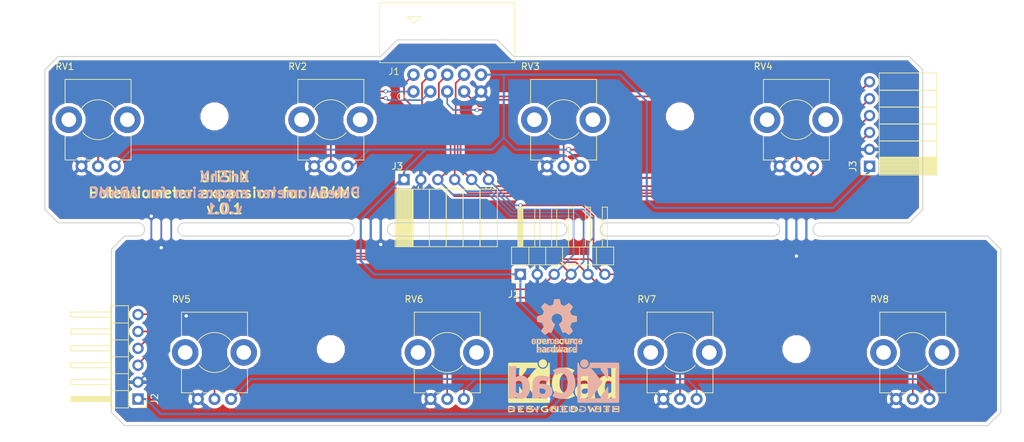
<source format=kicad_pcb>
(kicad_pcb (version 4) (host pcbnew 4.0.7-e2-6376~58~ubuntu16.04.1)
  (title_block (title "Potentiometer sub-board for AB4MC") (date 2018-08-08) (rev 0.1) (company URiShX))
  (layers (0 F.Cu signal) (31 B.Cu signal) (34 B.Paste user) (35 F.Paste user) (36 B.SilkS user) (37 F.SilkS user) (38 B.Mask user) (39 F.Mask user) (44 Edge.Cuts user))
  (net 0 "")
  (net 1 "Net-(J1-Pad1)")
  (net 2 "Net-(J1-Pad2)")
  (net 3 "Net-(J1-Pad3)")
  (net 4 "Net-(J1-Pad4)")
  (net 5 "Net-(J1-Pad5)")
  (net 6 "Net-(J1-Pad6)")
  (net 7 "Net-(J1-Pad7)")
  (net 8 "Net-(J1-Pad8)")
  (net 9 GND)
  (net 10 VCC)
  (module Mounting_Holes:MountingHole_3.2mm_M3 (layer F.Cu) (at 205 117.5)
    (fp_text reference REF** hide)
    (fp_text value MountingHole_3.2mm_M3 hide)
    (pad 1 np_thru_hole circle (at 0 0) (size 3.2 3.2) (drill 3.2) (layers *.Cu *.Mask))
  )
  (module Mounting_Holes:MountingHole_3.2mm_M3 (layer F.Cu) (at 187.5 82.5)
    (fp_text reference REF** hide)
    (fp_text value MountingHole_3.2mm_M3 hide)
    (pad 1 np_thru_hole circle (at 0 0) (size 3.2 3.2) (drill 3.2) (layers *.Cu *.Mask))
  )
  (module Mounting_Holes:MountingHole_3.2mm_M3 (layer F.Cu) (at 135 117.5)
    (fp_text reference REF** hide)
    (fp_text value MountingHole_3.2mm_M3 hide)
    (pad 1 np_thru_hole circle (at 0 0) (size 3.2 3.2) (drill 3.2) (layers *.Cu *.Mask))
  )
  (module Symbols:OSHW-Logo_7.5x8mm_SilkScreen (layer F.Cu) (at 169 114)
    (fp_text reference REF*** hide)
    (fp_text value OSHW-Logo_7.5x8mm_SilkScreen hide)
  )
  (module Symbols:KiCad-Logo2_8mm_SilkScreen (layer B.Cu) (at 170 123 180)
    (fp_text reference REF*** hide)
    (fp_text value KiCad-Logo2_8mm_SilkScreen hide)
  )
  (module MyFootprintLib:Mouse_bites (layer F.Cu) (at 109.5 99.5)
    (fp_text reference REF** hide)
    (fp_text value "Mouse bites" hide)
    (pad "" np_thru_hole circle (at -2.25 -1) (size 0.35 0.35) (drill 0.35) (layers *.Cu *.Mask))
    (pad "" np_thru_hole circle (at -0.75 -1) (size 0.35 0.35) (drill 0.35) (layers *.Cu *.Mask))
    (pad "" np_thru_hole circle (at 0.75 -1) (size 0.35 0.35) (drill 0.35) (layers *.Cu *.Mask))
    (pad "" np_thru_hole circle (at 2.25 -1) (size 0.35 0.35) (drill 0.35) (layers *.Cu *.Mask))
    (pad "" np_thru_hole circle (at -2.25 1) (size 0.35 0.35) (drill 0.35) (layers *.Cu *.Mask))
    (pad "" np_thru_hole circle (at -0.75 1) (size 0.35 0.35) (drill 0.35) (layers *.Cu *.Mask))
    (pad "" np_thru_hole circle (at 0.75 1) (size 0.35 0.35) (drill 0.35) (layers *.Cu *.Mask))
    (pad "" np_thru_hole circle (at 2.25 1) (size 0.35 0.35) (drill 0.35) (layers *.Cu *.Mask))
  )
  (module MyFootprintLib:Mouse_bites (layer F.Cu) (at 205 99.5)
    (fp_text reference REF** hide)
    (fp_text value "Mouse bites" hide)
    (pad "" np_thru_hole circle (at -2.25 -1) (size 0.35 0.35) (drill 0.35) (layers *.Cu *.Mask))
    (pad "" np_thru_hole circle (at -0.75 -1) (size 0.35 0.35) (drill 0.35) (layers *.Cu *.Mask))
    (pad "" np_thru_hole circle (at 0.75 -1) (size 0.35 0.35) (drill 0.35) (layers *.Cu *.Mask))
    (pad "" np_thru_hole circle (at 2.25 -1) (size 0.35 0.35) (drill 0.35) (layers *.Cu *.Mask))
    (pad "" np_thru_hole circle (at -2.25 1) (size 0.35 0.35) (drill 0.35) (layers *.Cu *.Mask))
    (pad "" np_thru_hole circle (at -0.75 1) (size 0.35 0.35) (drill 0.35) (layers *.Cu *.Mask))
    (pad "" np_thru_hole circle (at 0.75 1) (size 0.35 0.35) (drill 0.35) (layers *.Cu *.Mask))
    (pad "" np_thru_hole circle (at 2.25 1) (size 0.35 0.35) (drill 0.35) (layers *.Cu *.Mask))
  )
  (module MyFootprintLib:Mouse_bites (layer F.Cu) (at 173 99.5)
    (fp_text reference REF** hide)
    (fp_text value "Mouse bites" hide)
    (pad "" np_thru_hole circle (at -2.25 -1) (size 0.35 0.35) (drill 0.35) (layers *.Cu *.Mask))
    (pad "" np_thru_hole circle (at -0.75 -1) (size 0.35 0.35) (drill 0.35) (layers *.Cu *.Mask))
    (pad "" np_thru_hole circle (at 0.75 -1) (size 0.35 0.35) (drill 0.35) (layers *.Cu *.Mask))
    (pad "" np_thru_hole circle (at 2.25 -1) (size 0.35 0.35) (drill 0.35) (layers *.Cu *.Mask))
    (pad "" np_thru_hole circle (at -2.25 1) (size 0.35 0.35) (drill 0.35) (layers *.Cu *.Mask))
    (pad "" np_thru_hole circle (at -0.75 1) (size 0.35 0.35) (drill 0.35) (layers *.Cu *.Mask))
    (pad "" np_thru_hole circle (at 0.75 1) (size 0.35 0.35) (drill 0.35) (layers *.Cu *.Mask))
    (pad "" np_thru_hole circle (at 2.25 1) (size 0.35 0.35) (drill 0.35) (layers *.Cu *.Mask))
  )
  (module Socket_Strips:Socket_Strip_Angled_1x06_Pitch2.54mm (layer F.Cu) (at 146 92 90)
    (fp_text reference J3 (at 2 -1 180) (layer F.SilkS))
    (fp_text value Conn_01x06_Female)
    (pad 1 thru_hole rect (at 0 0 90) (size 1.7 1.7) (drill 1) (layers *.Cu *.Mask) (net 10 VCC))
    (pad 2 thru_hole oval (at 0 2.54 90) (size 1.7 1.7) (drill 1) (layers *.Cu *.Mask) (net 9 GND))
    (pad 3 thru_hole oval (at 0 5.08 90) (size 1.7 1.7) (drill 1) (layers *.Cu *.Mask) (net 2 "Net-(J1-Pad2)"))
    (pad 4 thru_hole oval (at 0 7.62 90) (size 1.7 1.7) (drill 1) (layers *.Cu *.Mask) (net 4 "Net-(J1-Pad4)"))
    (pad 5 thru_hole oval (at 0 10.16 90) (size 1.7 1.7) (drill 1) (layers *.Cu *.Mask) (net 6 "Net-(J1-Pad6)"))
    (pad 6 thru_hole oval (at 0 12.7 90) (size 1.7 1.7) (drill 1) (layers *.Cu *.Mask) (net 8 "Net-(J1-Pad8)"))
  )
  (module Pin_Headers:Pin_Header_Angled_1x06_Pitch2.54mm (layer F.Cu) (at 163.5 106.25 90)
    (fp_text reference J2 (at -3 -1 180) (layer F.SilkS))
    (fp_text value Conn_01x06_Male)
    (pad 1 thru_hole rect (at 0 0 90) (size 1.7 1.7) (drill 1) (layers *.Cu *.Mask) (net 10 VCC))
    (pad 2 thru_hole oval (at 0 2.54 90) (size 1.7 1.7) (drill 1) (layers *.Cu *.Mask) (net 9 GND))
    (pad 3 thru_hole oval (at 0 5.08 90) (size 1.7 1.7) (drill 1) (layers *.Cu *.Mask) (net 2 "Net-(J1-Pad2)"))
    (pad 4 thru_hole oval (at 0 7.62 90) (size 1.7 1.7) (drill 1) (layers *.Cu *.Mask) (net 4 "Net-(J1-Pad4)"))
    (pad 5 thru_hole oval (at 0 10.16 90) (size 1.7 1.7) (drill 1) (layers *.Cu *.Mask) (net 6 "Net-(J1-Pad6)"))
    (pad 6 thru_hole oval (at 0 12.7 90) (size 1.7 1.7) (drill 1) (layers *.Cu *.Mask) (net 8 "Net-(J1-Pad8)"))
  )
  (module Pin_Headers:Pin_Header_Angled_1x06_Pitch2.54mm (layer F.Cu) (at 106 125 180)
    (fp_text reference J2 (at -2.5 0 270) (layer F.SilkS))
    (fp_text value Conn_01x06_Male)
    (pad 1 thru_hole rect (at 0 0 180) (size 1.7 1.7) (drill 1) (layers *.Cu *.Mask) (net 10 VCC))
    (pad 2 thru_hole oval (at 0 2.54 180) (size 1.7 1.7) (drill 1) (layers *.Cu *.Mask) (net 9 GND))
    (pad 3 thru_hole oval (at 0 5.08 180) (size 1.7 1.7) (drill 1) (layers *.Cu *.Mask) (net 2 "Net-(J1-Pad2)"))
    (pad 4 thru_hole oval (at 0 7.62 180) (size 1.7 1.7) (drill 1) (layers *.Cu *.Mask) (net 4 "Net-(J1-Pad4)"))
    (pad 5 thru_hole oval (at 0 10.16 180) (size 1.7 1.7) (drill 1) (layers *.Cu *.Mask) (net 6 "Net-(J1-Pad6)"))
    (pad 6 thru_hole oval (at 0 12.7 180) (size 1.7 1.7) (drill 1) (layers *.Cu *.Mask) (net 8 "Net-(J1-Pad8)"))
  )
  (module Socket_Strips:Socket_Strip_Angled_1x06_Pitch2.54mm (layer F.Cu) (at 216 90 180)
    (fp_text reference J3 (at 2.5 0 270) (layer F.SilkS))
    (fp_text value Conn_01x06_Female)
    (pad 1 thru_hole rect (at 0 0 180) (size 1.7 1.7) (drill 1) (layers *.Cu *.Mask) (net 10 VCC))
    (pad 2 thru_hole oval (at 0 2.54 180) (size 1.7 1.7) (drill 1) (layers *.Cu *.Mask) (net 9 GND))
    (pad 3 thru_hole oval (at 0 5.08 180) (size 1.7 1.7) (drill 1) (layers *.Cu *.Mask) (net 2 "Net-(J1-Pad2)"))
    (pad 4 thru_hole oval (at 0 7.62 180) (size 1.7 1.7) (drill 1) (layers *.Cu *.Mask) (net 4 "Net-(J1-Pad4)"))
    (pad 5 thru_hole oval (at 0 10.16 180) (size 1.7 1.7) (drill 1) (layers *.Cu *.Mask) (net 6 "Net-(J1-Pad6)"))
    (pad 6 thru_hole oval (at 0 12.7 180) (size 1.7 1.7) (drill 1) (layers *.Cu *.Mask) (net 8 "Net-(J1-Pad8)"))
  )
  (module MyFootprintLib:2X5-SHROUDED_rightAngle (layer F.Cu) (at 152.5 77.5 90)
    (fp_text reference J1 (at 1.75 -8 180) (layer F.SilkS) (effects (font (thickness 0.127))))
    (fp_text value Conn_02x05_Odd_Even hide)
    (pad 1 thru_hole circle (at -1.27 -5.08 90) (size 1.8796 1.8796) (drill 1.016) (layers *.Cu *.Mask) (net 1 "Net-(J1-Pad1)"))
    (pad 2 thru_hole circle (at 1.27 -5.08 90) (size 1.8796 1.8796) (drill 1.016) (layers *.Cu *.Mask) (net 2 "Net-(J1-Pad2)"))
    (pad 3 thru_hole circle (at -1.27 -2.54 90) (size 1.8796 1.8796) (drill 1.016) (layers *.Cu *.Mask) (net 3 "Net-(J1-Pad3)"))
    (pad 4 thru_hole circle (at 1.27 -2.54 90) (size 1.8796 1.8796) (drill 1.016) (layers *.Cu *.Mask) (net 4 "Net-(J1-Pad4)"))
    (pad 5 thru_hole circle (at -1.27 0 90) (size 1.8796 1.8796) (drill 1.016) (layers *.Cu *.Mask) (net 5 "Net-(J1-Pad5)"))
    (pad 6 thru_hole circle (at 1.27 0 90) (size 1.8796 1.8796) (drill 1.016) (layers *.Cu *.Mask) (net 6 "Net-(J1-Pad6)"))
    (pad 7 thru_hole circle (at -1.27 2.54 90) (size 1.8796 1.8796) (drill 1.016) (layers *.Cu *.Mask) (net 7 "Net-(J1-Pad7)"))
    (pad 8 thru_hole circle (at 1.27 2.54 90) (size 1.8796 1.8796) (drill 1.016) (layers *.Cu *.Mask) (net 8 "Net-(J1-Pad8)"))
    (pad 9 thru_hole circle (at -1.27 5.08 90) (size 1.8796 1.8796) (drill 1.016) (layers *.Cu *.Mask) (net 9 GND))
    (pad 10 thru_hole circle (at 1.27 5.08 90) (size 1.8796 1.8796) (drill 1.016) (layers *.Cu *.Mask) (net 10 VCC))
  )
  (module MyFootprintLib:Mouse_bite_single_hole (layer F.Cu) (at 171.5 98)
    (fp_text reference REF** hide)
    (fp_text value "Mouse bite single hole" hide)
  )
  (module MyFootprintLib:Mouse_bite_single_hole (layer F.Cu) (at 172.5 98)
    (fp_text reference REF** hide)
    (fp_text value "Mouse bite single hole" hide)
  )
  (module MyFootprintLib:Mouse_bite_single_hole (layer F.Cu) (at 173.5 98)
    (fp_text reference REF** hide)
    (fp_text value "Mouse bite single hole" hide)
  )
  (module MyFootprintLib:Mouse_bite_single_hole (layer F.Cu) (at 174.5 98)
    (fp_text reference REF** hide)
    (fp_text value "Mouse bite single hole" hide)
  )
  (module MyFootprintLib:Mouse_bite_single_hole (layer F.Cu) (at 171.5 101)
    (fp_text reference REF** hide)
    (fp_text value "Mouse bite single hole" hide)
  )
  (module MyFootprintLib:Mouse_bite_single_hole (layer F.Cu) (at 172.5 101)
    (fp_text reference REF** hide)
    (fp_text value "Mouse bite single hole" hide)
  )
  (module MyFootprintLib:Mouse_bite_single_hole (layer F.Cu) (at 173.5 101)
    (fp_text reference REF** hide)
    (fp_text value "Mouse bite single hole" hide)
  )
  (module MyFootprintLib:Mouse_bite_single_hole (layer F.Cu) (at 174.5 101)
    (fp_text reference REF** hide)
    (fp_text value "Mouse bite single hole" hide)
  )
  (module MyFootprintLib:Potentiometer_Bourns_PTV09A_Horizontal (layer F.Cu) (at 100 90 90)
    (fp_text reference RV1 (at 15 -5 180) (layer F.SilkS))
    (fp_text value 10k_B hide)
    (pad 1 thru_hole circle (at 0 -2.5 90) (size 1.8 1.8) (drill 1) (layers *.Cu *.Mask) (net 9 GND))
    (pad 2 thru_hole circle (at 0 0 90) (size 1.8 1.8) (drill 1) (layers *.Cu *.Mask) (net 1 "Net-(J1-Pad1)"))
    (pad 3 thru_hole circle (at 0 2.5 90) (size 1.8 1.8) (drill 1) (layers *.Cu *.Mask) (net 10 VCC))
    (pad "" np_thru_hole circle (at 7 -4.4 90) (size 4 4) (drill 2.2) (layers *.Cu *.Mask))
    (pad "" np_thru_hole circle (at 7 4.4 90) (size 4 4) (drill 2.2) (layers *.Cu *.Mask))
  )
  (module MyFootprintLib:Potentiometer_Bourns_PTV09A_Horizontal (layer F.Cu) (at 135 90 90)
    (fp_text reference RV2 (at 15 -5 180) (layer F.SilkS))
    (fp_text value 10k_B hide)
    (pad 1 thru_hole circle (at 0 -2.5 90) (size 1.8 1.8) (drill 1) (layers *.Cu *.Mask) (net 9 GND))
    (pad 2 thru_hole circle (at 0 0 90) (size 1.8 1.8) (drill 1) (layers *.Cu *.Mask) (net 3 "Net-(J1-Pad3)"))
    (pad 3 thru_hole circle (at 0 2.5 90) (size 1.8 1.8) (drill 1) (layers *.Cu *.Mask) (net 10 VCC))
    (pad "" np_thru_hole circle (at 7 -4.4 90) (size 4 4) (drill 2.2) (layers *.Cu *.Mask))
    (pad "" np_thru_hole circle (at 7 4.4 90) (size 4 4) (drill 2.2) (layers *.Cu *.Mask))
  )
  (module MyFootprintLib:Potentiometer_Bourns_PTV09A_Horizontal (layer F.Cu) (at 170 90 90)
    (fp_text reference RV3 (at 15 -5 180) (layer F.SilkS))
    (fp_text value 10k_B hide)
    (pad 1 thru_hole circle (at 0 -2.5 90) (size 1.8 1.8) (drill 1) (layers *.Cu *.Mask) (net 9 GND))
    (pad 2 thru_hole circle (at 0 0 90) (size 1.8 1.8) (drill 1) (layers *.Cu *.Mask) (net 5 "Net-(J1-Pad5)"))
    (pad 3 thru_hole circle (at 0 2.5 90) (size 1.8 1.8) (drill 1) (layers *.Cu *.Mask) (net 10 VCC))
    (pad "" np_thru_hole circle (at 7 -4.4 90) (size 4 4) (drill 2.2) (layers *.Cu *.Mask))
    (pad "" np_thru_hole circle (at 7 4.4 90) (size 4 4) (drill 2.2) (layers *.Cu *.Mask))
  )
  (module MyFootprintLib:Potentiometer_Bourns_PTV09A_Horizontal (layer F.Cu) (at 205 90 90)
    (fp_text reference RV4 (at 15 -5 180) (layer F.SilkS))
    (fp_text value 10k_B hide)
    (pad 1 thru_hole circle (at 0 -2.5 90) (size 1.8 1.8) (drill 1) (layers *.Cu *.Mask) (net 9 GND))
    (pad 2 thru_hole circle (at 0 0 90) (size 1.8 1.8) (drill 1) (layers *.Cu *.Mask) (net 7 "Net-(J1-Pad7)"))
    (pad 3 thru_hole circle (at 0 2.5 90) (size 1.8 1.8) (drill 1) (layers *.Cu *.Mask) (net 10 VCC))
    (pad "" np_thru_hole circle (at 7 -4.4 90) (size 4 4) (drill 2.2) (layers *.Cu *.Mask))
    (pad "" np_thru_hole circle (at 7 4.4 90) (size 4 4) (drill 2.2) (layers *.Cu *.Mask))
  )
  (module MyFootprintLib:Potentiometer_Bourns_PTV09A_Horizontal (layer F.Cu) (at 117.5 125 90)
    (fp_text reference RV5 (at 15 -5 180) (layer F.SilkS))
    (fp_text value 10k_B hide)
    (pad 1 thru_hole circle (at 0 -2.5 90) (size 1.8 1.8) (drill 1) (layers *.Cu *.Mask) (net 9 GND))
    (pad 2 thru_hole circle (at 0 0 90) (size 1.8 1.8) (drill 1) (layers *.Cu *.Mask) (net 2 "Net-(J1-Pad2)"))
    (pad 3 thru_hole circle (at 0 2.5 90) (size 1.8 1.8) (drill 1) (layers *.Cu *.Mask) (net 10 VCC))
    (pad "" np_thru_hole circle (at 7 -4.4 90) (size 4 4) (drill 2.2) (layers *.Cu *.Mask))
    (pad "" np_thru_hole circle (at 7 4.4 90) (size 4 4) (drill 2.2) (layers *.Cu *.Mask))
  )
  (module MyFootprintLib:Potentiometer_Bourns_PTV09A_Horizontal (layer F.Cu) (at 152.5 125 90)
    (fp_text reference RV6 (at 15 -5 180) (layer F.SilkS))
    (fp_text value 10k_B hide)
    (pad 1 thru_hole circle (at 0 -2.5 90) (size 1.8 1.8) (drill 1) (layers *.Cu *.Mask) (net 9 GND))
    (pad 2 thru_hole circle (at 0 0 90) (size 1.8 1.8) (drill 1) (layers *.Cu *.Mask) (net 4 "Net-(J1-Pad4)"))
    (pad 3 thru_hole circle (at 0 2.5 90) (size 1.8 1.8) (drill 1) (layers *.Cu *.Mask) (net 10 VCC))
    (pad "" np_thru_hole circle (at 7 -4.4 90) (size 4 4) (drill 2.2) (layers *.Cu *.Mask))
    (pad "" np_thru_hole circle (at 7 4.4 90) (size 4 4) (drill 2.2) (layers *.Cu *.Mask))
  )
  (module MyFootprintLib:Potentiometer_Bourns_PTV09A_Horizontal (layer F.Cu) (at 187.5 125 90)
    (fp_text reference RV7 (at 15 -5 180) (layer F.SilkS))
    (fp_text value 10k_B hide)
    (pad 1 thru_hole circle (at 0 -2.5 90) (size 1.8 1.8) (drill 1) (layers *.Cu *.Mask) (net 9 GND))
    (pad 2 thru_hole circle (at 0 0 90) (size 1.8 1.8) (drill 1) (layers *.Cu *.Mask) (net 6 "Net-(J1-Pad6)"))
    (pad 3 thru_hole circle (at 0 2.5 90) (size 1.8 1.8) (drill 1) (layers *.Cu *.Mask) (net 10 VCC))
    (pad "" np_thru_hole circle (at 7 -4.4 90) (size 4 4) (drill 2.2) (layers *.Cu *.Mask))
    (pad "" np_thru_hole circle (at 7 4.4 90) (size 4 4) (drill 2.2) (layers *.Cu *.Mask))
  )
  (module MyFootprintLib:Potentiometer_Bourns_PTV09A_Horizontal (layer F.Cu) (at 222.5 125 90)
    (fp_text reference RV8 (at 15 -5 180) (layer F.SilkS))
    (fp_text value 10k_B hide)
    (pad 1 thru_hole circle (at 0 -2.5 90) (size 1.8 1.8) (drill 1) (layers *.Cu *.Mask) (net 9 GND))
    (pad 2 thru_hole circle (at 0 0 90) (size 1.8 1.8) (drill 1) (layers *.Cu *.Mask) (net 8 "Net-(J1-Pad8)"))
    (pad 3 thru_hole circle (at 0 2.5 90) (size 1.8 1.8) (drill 1) (layers *.Cu *.Mask) (net 10 VCC))
    (pad "" np_thru_hole circle (at 7 -4.4 90) (size 4 4) (drill 2.2) (layers *.Cu *.Mask))
    (pad "" np_thru_hole circle (at 7 4.4 90) (size 4 4) (drill 2.2) (layers *.Cu *.Mask))
  )
  (module MyFootprintLib:Mouse_bites (layer F.Cu) (at 141 99.5)
    (fp_text reference REF** hide)
    (fp_text value "Mouse bites" hide)
    (pad "" np_thru_hole circle (at -2.25 -1) (size 0.35 0.35) (drill 0.35) (layers *.Cu *.Mask))
    (pad "" np_thru_hole circle (at -0.75 -1) (size 0.35 0.35) (drill 0.35) (layers *.Cu *.Mask))
    (pad "" np_thru_hole circle (at 0.75 -1) (size 0.35 0.35) (drill 0.35) (layers *.Cu *.Mask))
    (pad "" np_thru_hole circle (at 2.25 -1) (size 0.35 0.35) (drill 0.35) (layers *.Cu *.Mask))
    (pad "" np_thru_hole circle (at -2.25 1) (size 0.35 0.35) (drill 0.35) (layers *.Cu *.Mask))
    (pad "" np_thru_hole circle (at -0.75 1) (size 0.35 0.35) (drill 0.35) (layers *.Cu *.Mask))
    (pad "" np_thru_hole circle (at 0.75 1) (size 0.35 0.35) (drill 0.35) (layers *.Cu *.Mask))
    (pad "" np_thru_hole circle (at 2.25 1) (size 0.35 0.35) (drill 0.35) (layers *.Cu *.Mask))
  )
  (module Symbols:OSHW-Logo_7.5x8mm_SilkScreen (layer B.Cu) (at 169 114 180)
    (fp_text reference REF*** hide)
    (fp_text value OSHW-Logo_7.5x8mm_SilkScreen hide)
  )
  (module Symbols:KiCad-Logo2_8mm_SilkScreen (layer F.Cu) (at 170 123)
    (fp_text reference REF*** hide)
    (fp_text value KiCad-Logo2_8mm_SilkScreen hide)
  )
  (module Mounting_Holes:MountingHole_3.2mm_M3 (layer F.Cu) (at 117.5 82.5)
    (fp_text reference REF** hide)
    (fp_text value MountingHole_3.2mm_M3 hide)
    (pad 1 np_thru_hole circle (at 0 0) (size 3.2 3.2) (drill 3.2) (layers *.Cu *.Mask))
  )
  (gr_text "UriShX\nPotentiometer expansion for AB4MC\nv.0.1" (at 119 94) (layer F.SilkS) (effects (font (size 1.5 1.5) (thickness 0.3))))
  (gr_text "UriShX\nPotentiometer expansion for AB4MC\nv.0.1" (at 119 94) (layer B.SilkS) (effects (font (size 1.5 1.5) (thickness 0.3)) (justify mirror)))
  (gr_line (start 233.75 100.5) (end 208.5 100.5) (angle 90) (layer Edge.Cuts) (width 0.15))
  (gr_line (start 235.75 102.5) (end 233.75 100.5) (angle 90) (layer Edge.Cuts) (width 0.15))
  (gr_line (start 235.75 127) (end 235.75 102.5) (angle 90) (layer Edge.Cuts) (width 0.15))
  (gr_line (start 233.75 129) (end 235.75 127) (angle 90) (layer Edge.Cuts) (width 0.15))
  (gr_line (start 104 129) (end 233.75 129) (angle 90) (layer Edge.Cuts) (width 0.15))
  (gr_line (start 102 127) (end 104 129) (angle 90) (layer Edge.Cuts) (width 0.15))
  (gr_line (start 102 126.75) (end 102 127) (angle 90) (layer Edge.Cuts) (width 0.15))
  (gr_line (start 102 102.5) (end 102 126.75) (angle 90) (layer Edge.Cuts) (width 0.15))
  (gr_line (start 104 100.5) (end 102 102.5) (angle 90) (layer Edge.Cuts) (width 0.15))
  (gr_line (start 106 100.5) (end 104 100.5) (angle 90) (layer Edge.Cuts) (width 0.15))
  (gr_line (start 169.5 100.5) (end 144.5 100.5) (angle 90) (layer Edge.Cuts) (width 0.15))
  (gr_line (start 144.5 98.5) (end 169.5 98.5) (angle 90) (layer Edge.Cuts) (width 0.15))
  (gr_line (start 137.5 100.5) (end 113 100.5) (angle 90) (layer Edge.Cuts) (width 0.15))
  (gr_line (start 113 98.5) (end 137.5 98.5) (angle 90) (layer Edge.Cuts) (width 0.15))
  (gr_line (start 222 98.5) (end 208.5 98.5) (angle 90) (layer Edge.Cuts) (width 0.15))
  (gr_line (start 224 96.5) (end 222 98.5) (angle 90) (layer Edge.Cuts) (width 0.15))
  (gr_line (start 224 75.5) (end 224 96.5) (angle 90) (layer Edge.Cuts) (width 0.15))
  (gr_line (start 222 73.5) (end 224 75.5) (angle 90) (layer Edge.Cuts) (width 0.15))
  (gr_line (start 221.75 73.5) (end 222 73.5) (angle 90) (layer Edge.Cuts) (width 0.15))
  (gr_line (start 216 73.5) (end 221.75 73.5) (angle 90) (layer Edge.Cuts) (width 0.15))
  (gr_line (start 162.5 73.5) (end 216 73.5) (angle 90) (layer Edge.Cuts) (width 0.15))
  (gr_line (start 160 71) (end 162.5 73.5) (angle 90) (layer Edge.Cuts) (width 0.15))
  (gr_line (start 152.5 71) (end 160 71) (angle 90) (layer Edge.Cuts) (width 0.15))
  (gr_arc (start 113 99.5) (end 113 100.5) (angle 90) (layer Edge.Cuts) (width 0.15))
  (gr_arc (start 113 99.5) (end 112 99.5) (angle 90) (layer Edge.Cuts) (width 0.15))
  (gr_arc (start 106 99.5) (end 106 98.5) (angle 90) (layer Edge.Cuts) (width 0.15))
  (gr_arc (start 106 99.5) (end 107 99.5) (angle 90) (layer Edge.Cuts) (width 0.15))
  (gr_arc (start 208.5 99.5) (end 207.5 99.5) (angle 90) (layer Edge.Cuts) (width 0.15))
  (gr_arc (start 208.5 99.5) (end 208.5 100.5) (angle 90) (layer Edge.Cuts) (width 0.15))
  (gr_arc (start 201.5 99.5) (end 202.5 99.5) (angle 90) (layer Edge.Cuts) (width 0.15))
  (gr_arc (start 201.5 99.5) (end 201.5 98.5) (angle 90) (layer Edge.Cuts) (width 0.15))
  (gr_line (start 201.5 100.5) (end 176.5 100.5) (angle 90) (layer Edge.Cuts) (width 0.15))
  (gr_line (start 176.5 98.5) (end 201.5 98.5) (angle 90) (layer Edge.Cuts) (width 0.15))
  (gr_line (start 94 98.5) (end 106 98.5) (angle 90) (layer Edge.Cuts) (width 0.15))
  (gr_line (start 92 96.5) (end 94 98.5) (angle 90) (layer Edge.Cuts) (width 0.15))
  (gr_line (start 92 75.5) (end 92 96.5) (angle 90) (layer Edge.Cuts) (width 0.15))
  (gr_line (start 94 73.5) (end 92 75.5) (angle 90) (layer Edge.Cuts) (width 0.15))
  (gr_line (start 142.5 73.5) (end 94 73.5) (angle 90) (layer Edge.Cuts) (width 0.15))
  (gr_line (start 145 71) (end 142.5 73.5) (angle 90) (layer Edge.Cuts) (width 0.15))
  (gr_line (start 152.5 71) (end 145 71) (angle 90) (layer Edge.Cuts) (width 0.15))
  (gr_arc (start 137.5 99.5) (end 138.5 99.5) (angle 90) (layer Edge.Cuts) (width 0.15))
  (gr_arc (start 169.5 99.5) (end 170.5 99.5) (angle 90) (layer Edge.Cuts) (width 0.15))
  (gr_arc (start 169.5 99.5) (end 169.5 98.5) (angle 90) (layer Edge.Cuts) (width 0.15))
  (gr_arc (start 144.5 99.5) (end 144.5 100.5) (angle 90) (layer Edge.Cuts) (width 0.15))
  (gr_arc (start 144.5 99.5) (end 143.5 99.5) (angle 90) (layer Edge.Cuts) (width 0.15))
  (gr_arc (start 137.5 99.5) (end 137.5 98.5) (angle 90) (layer Edge.Cuts) (width 0.15))
  (gr_arc (start 176.5 99.5) (end 176.5 100.5) (angle 90) (layer Edge.Cuts) (width 0.15))
  (gr_arc (start 176.5 99.5) (end 175.5 99.5) (angle 90) (layer Edge.Cuts) (width 0.15))
  (segment (start 143.27 78.77) (end 143.25 78.75) (width 0.25) (layer B.Cu) (net 1))
  (segment (start 147.42 78.77) (end 143.27 78.77) (width 0.25) (layer B.Cu) (net 1))
  (segment (start 142.825736 78.75) (end 143.25 78.75) (width 0.25) (layer F.Cu) (net 1))
  (segment (start 100 82.5) (end 103.75 78.75) (width 0.25) (layer F.Cu) (net 1))
  (segment (start 100 90) (end 100 82.5) (width 0.25) (layer F.Cu) (net 1))
  (segment (start 103.75 78.75) (end 142.825736 78.75) (width 0.25) (layer F.Cu) (net 1))
  (via (at 143.25 78.75) (size 0.6) (drill 0.4) (layers F.Cu B.Cu) (net 1))
  (segment (start 168.58 106.25) (end 166.33 108.5) (width 0.25) (layer F.Cu) (net 2))
  (segment (start 166.33 108.5) (end 124 108.5) (width 0.25) (layer F.Cu) (net 2))
  (segment (start 124 108.5) (end 117.5 115) (width 0.25) (layer F.Cu) (net 2))
  (segment (start 117.5 115) (end 117.5 125) (width 0.25) (layer F.Cu) (net 2))
  (segment (start 106 119.92) (end 106 119.75) (width 0.25) (layer F.Cu) (net 2))
  (segment (start 106 119.75) (end 110.75 115) (width 0.25) (layer F.Cu) (net 2))
  (segment (start 110.75 115) (end 117.5 115) (width 0.25) (layer F.Cu) (net 2))
  (segment (start 147.42 76.23) (end 146 77.65) (width 0.25) (layer F.Cu) (net 2))
  (segment (start 153 83.5) (end 153 90.25) (width 0.25) (layer F.Cu) (net 2))
  (segment (start 146 77.65) (end 146 79.75) (width 0.25) (layer F.Cu) (net 2))
  (segment (start 146 79.75) (end 148.5 82.25) (width 0.25) (layer F.Cu) (net 2))
  (segment (start 148.5 82.25) (end 151.75 82.25) (width 0.25) (layer F.Cu) (net 2))
  (segment (start 151.75 82.25) (end 153 83.5) (width 0.25) (layer F.Cu) (net 2))
  (segment (start 153 90.25) (end 151.25 92) (width 0.25) (layer F.Cu) (net 2))
  (segment (start 151.25 92) (end 151.08 92) (width 0.25) (layer F.Cu) (net 2))
  (segment (start 213.810011 90.689989) (end 210 94.5) (width 0.25) (layer F.Cu) (net 2))
  (segment (start 216 84.92) (end 213.810011 87.109989) (width 0.25) (layer F.Cu) (net 2))
  (segment (start 213.810011 87.109989) (end 213.810011 90.689989) (width 0.25) (layer F.Cu) (net 2))
  (segment (start 210 94.5) (end 153.58 94.5) (width 0.25) (layer F.Cu) (net 2))
  (segment (start 153.58 94.5) (end 151.929999 92.849999) (width 0.25) (layer F.Cu) (net 2))
  (segment (start 151.929999 92.849999) (end 151.08 92) (width 0.25) (layer F.Cu) (net 2))
  (segment (start 151.08 92) (end 153.33 94.25) (width 0.25) (layer B.Cu) (net 2))
  (segment (start 153.33 94.25) (end 158.75 94.25) (width 0.25) (layer B.Cu) (net 2))
  (segment (start 158.75 94.25) (end 162 97.5) (width 0.25) (layer B.Cu) (net 2))
  (segment (start 171.5 97.75) (end 171.5 103.33) (width 0.25) (layer B.Cu) (net 2))
  (segment (start 171.5 103.33) (end 169.429999 105.400001) (width 0.25) (layer B.Cu) (net 2))
  (segment (start 162 97.5) (end 171.25 97.5) (width 0.25) (layer B.Cu) (net 2))
  (segment (start 171.25 97.5) (end 171.5 97.75) (width 0.25) (layer B.Cu) (net 2))
  (segment (start 169.429999 105.400001) (end 168.58 106.25) (width 0.25) (layer B.Cu) (net 2))
  (segment (start 143.549999 80.049999) (end 143.25 79.75) (width 0.25) (layer B.Cu) (net 3))
  (segment (start 137.5 79.75) (end 142.825736 79.75) (width 0.25) (layer F.Cu) (net 3))
  (segment (start 135 82.25) (end 137.5 79.75) (width 0.25) (layer F.Cu) (net 3))
  (segment (start 148.680001 80.049999) (end 143.549999 80.049999) (width 0.25) (layer B.Cu) (net 3))
  (segment (start 149.96 78.77) (end 148.680001 80.049999) (width 0.25) (layer B.Cu) (net 3))
  (segment (start 135 90) (end 135 82.25) (width 0.25) (layer F.Cu) (net 3))
  (segment (start 142.825736 79.75) (end 143.25 79.75) (width 0.25) (layer F.Cu) (net 3))
  (via (at 143.25 79.75) (size 0.6) (drill 0.4) (layers F.Cu B.Cu) (net 3))
  (segment (start 149.96 78.77) (end 149.86 78.87) (width 0.25) (layer B.Cu) (net 3))
  (segment (start 149.96 76.23) (end 148.710199 77.479801) (width 0.25) (layer F.Cu) (net 4))
  (segment (start 148.710199 80.960199) (end 149.5 81.75) (width 0.25) (layer F.Cu) (net 4))
  (segment (start 152 81.75) (end 153.62 83.37) (width 0.25) (layer F.Cu) (net 4))
  (segment (start 148.710199 77.479801) (end 148.710199 80.960199) (width 0.25) (layer F.Cu) (net 4))
  (segment (start 149.5 81.75) (end 152 81.75) (width 0.25) (layer F.Cu) (net 4))
  (segment (start 153.62 83.37) (end 153.62 90.797919) (width 0.25) (layer F.Cu) (net 4))
  (segment (start 153.62 90.797919) (end 153.62 92) (width 0.25) (layer F.Cu) (net 4))
  (segment (start 215.150001 83.229999) (end 216 82.38) (width 0.25) (layer F.Cu) (net 4))
  (segment (start 213.36 85.02) (end 215.150001 83.229999) (width 0.25) (layer F.Cu) (net 4))
  (segment (start 209.798601 94.064989) (end 213.36 90.50359) (width 0.25) (layer F.Cu) (net 4))
  (segment (start 155.684989 94.064989) (end 209.798601 94.064989) (width 0.25) (layer F.Cu) (net 4))
  (segment (start 153.62 92) (end 155.684989 94.064989) (width 0.25) (layer F.Cu) (net 4))
  (segment (start 213.36 90.50359) (end 213.36 85.02) (width 0.25) (layer F.Cu) (net 4))
  (segment (start 170.270001 105.400001) (end 171.12 106.25) (width 0.25) (layer F.Cu) (net 4))
  (segment (start 119.38 104) (end 168.87 104) (width 0.25) (layer F.Cu) (net 4))
  (segment (start 168.87 104) (end 170.270001 105.400001) (width 0.25) (layer F.Cu) (net 4))
  (segment (start 106 117.38) (end 119.38 104) (width 0.25) (layer F.Cu) (net 4))
  (segment (start 171.12 106.25) (end 173 104.37) (width 0.25) (layer B.Cu) (net 4))
  (segment (start 173 104.37) (end 173 98.25) (width 0.25) (layer B.Cu) (net 4))
  (segment (start 173 98.25) (end 171.70001 96.95001) (width 0.25) (layer B.Cu) (net 4))
  (segment (start 171.70001 96.95001) (end 162.20001 96.95001) (width 0.25) (layer B.Cu) (net 4))
  (segment (start 162.20001 96.95001) (end 159 93.75) (width 0.25) (layer B.Cu) (net 4))
  (segment (start 159 93.75) (end 155.37 93.75) (width 0.25) (layer B.Cu) (net 4))
  (segment (start 155.37 93.75) (end 154.469999 92.849999) (width 0.25) (layer B.Cu) (net 4))
  (segment (start 154.469999 92.849999) (end 153.62 92) (width 0.25) (layer B.Cu) (net 4))
  (segment (start 159.5 109.75) (end 152.5 116.75) (width 0.25) (layer F.Cu) (net 4))
  (segment (start 152.5 116.75) (end 152.5 125) (width 0.25) (layer F.Cu) (net 4))
  (segment (start 167.62 109.75) (end 159.5 109.75) (width 0.25) (layer F.Cu) (net 4))
  (segment (start 171.12 106.25) (end 167.62 109.75) (width 0.25) (layer F.Cu) (net 4))
  (segment (start 170 88.727208) (end 170 90) (width 0.25) (layer F.Cu) (net 5))
  (segment (start 156.972 81.534) (end 158.35241 81.534) (width 0.25) (layer F.Cu) (net 5))
  (segment (start 158.35241 81.534) (end 159.88641 80) (width 0.25) (layer F.Cu) (net 5))
  (segment (start 159.88641 80) (end 167 80) (width 0.25) (layer F.Cu) (net 5))
  (segment (start 167 80) (end 170 83) (width 0.25) (layer F.Cu) (net 5))
  (segment (start 170 83) (end 170 88.727208) (width 0.25) (layer F.Cu) (net 5))
  (via (at 156.972 81.534) (size 0.6) (drill 0.4) (layers F.Cu B.Cu) (net 5))
  (segment (start 153.416 81.534) (end 156.972 81.534) (width 0.25) (layer B.Cu) (net 5))
  (segment (start 152.5 80.618) (end 153.416 81.534) (width 0.25) (layer B.Cu) (net 5))
  (segment (start 152.5 78.77) (end 152.5 80.618) (width 0.25) (layer B.Cu) (net 5))
  (segment (start 107.775198 114.84) (end 107.202081 114.84) (width 0.25) (layer F.Cu) (net 6))
  (segment (start 119.050209 103.564989) (end 107.775198 114.84) (width 0.25) (layer F.Cu) (net 6))
  (segment (start 169.910188 104.42499) (end 169.050187 103.564989) (width 0.25) (layer F.Cu) (net 6))
  (segment (start 169.050187 103.564989) (end 119.050209 103.564989) (width 0.25) (layer F.Cu) (net 6))
  (segment (start 171.83499 104.42499) (end 169.910188 104.42499) (width 0.25) (layer F.Cu) (net 6))
  (segment (start 173.66 106.25) (end 171.83499 104.42499) (width 0.25) (layer F.Cu) (net 6))
  (segment (start 107.202081 114.84) (end 106 114.84) (width 0.25) (layer F.Cu) (net 6))
  (segment (start 154.064989 83.180187) (end 154.064989 89.904989) (width 0.25) (layer F.Cu) (net 6))
  (segment (start 155.310001 91.150001) (end 156.16 92) (width 0.25) (layer F.Cu) (net 6))
  (segment (start 151.235199 80.350397) (end 154.064989 83.180187) (width 0.25) (layer F.Cu) (net 6))
  (segment (start 154.064989 89.904989) (end 155.310001 91.150001) (width 0.25) (layer F.Cu) (net 6))
  (segment (start 151.235199 77.494801) (end 151.235199 80.350397) (width 0.25) (layer F.Cu) (net 6))
  (segment (start 152.5 76.23) (end 151.235199 77.494801) (width 0.25) (layer F.Cu) (net 6))
  (segment (start 212.909989 82.930011) (end 212.909989 90.317191) (width 0.25) (layer F.Cu) (net 6))
  (segment (start 157.009999 92.849999) (end 156.16 92) (width 0.25) (layer F.Cu) (net 6))
  (segment (start 216 79.84) (end 212.909989 82.930011) (width 0.25) (layer F.Cu) (net 6))
  (segment (start 212.909989 90.317191) (end 209.597202 93.629978) (width 0.25) (layer F.Cu) (net 6))
  (segment (start 157.789978 93.629978) (end 157.009999 92.849999) (width 0.25) (layer F.Cu) (net 6))
  (segment (start 209.597202 93.629978) (end 157.789978 93.629978) (width 0.25) (layer F.Cu) (net 6))
  (segment (start 173.66 106.25) (end 173.66 101.59) (width 0.25) (layer B.Cu) (net 6))
  (segment (start 173.66 101.59) (end 174.5 100.75) (width 0.25) (layer B.Cu) (net 6))
  (segment (start 173 96.5) (end 171.88641 96.499999) (width 0.25) (layer B.Cu) (net 6))
  (segment (start 174.5 100.75) (end 174.5 98) (width 0.25) (layer B.Cu) (net 6))
  (segment (start 174.5 98) (end 173 96.5) (width 0.25) (layer B.Cu) (net 6))
  (segment (start 171.88641 96.499999) (end 162.499999 96.499999) (width 0.25) (layer B.Cu) (net 6))
  (segment (start 162.499999 96.499999) (end 159.25 93.25) (width 0.25) (layer B.Cu) (net 6))
  (segment (start 157.009999 92.849999) (end 156.16 92) (width 0.25) (layer B.Cu) (net 6))
  (segment (start 159.25 93.25) (end 157.41 93.25) (width 0.25) (layer B.Cu) (net 6))
  (segment (start 157.41 93.25) (end 157.009999 92.849999) (width 0.25) (layer B.Cu) (net 6))
  (segment (start 183.5 108) (end 187.5 112) (width 0.25) (layer F.Cu) (net 6))
  (segment (start 187.5 112) (end 187.5 125) (width 0.25) (layer F.Cu) (net 6))
  (segment (start 175.41 108) (end 183.5 108) (width 0.25) (layer F.Cu) (net 6))
  (segment (start 173.66 106.25) (end 175.41 108) (width 0.25) (layer F.Cu) (net 6))
  (segment (start 155.04 78.77) (end 157.27 81) (width 0.25) (layer F.Cu) (net 7))
  (segment (start 205 82) (end 205 88.727208) (width 0.25) (layer F.Cu) (net 7))
  (segment (start 157.27 81) (end 158.271212 81) (width 0.25) (layer F.Cu) (net 7))
  (segment (start 158.271212 81) (end 159.771212 79.5) (width 0.25) (layer F.Cu) (net 7))
  (segment (start 159.771212 79.5) (end 202.5 79.5) (width 0.25) (layer F.Cu) (net 7))
  (segment (start 202.5 79.5) (end 205 82) (width 0.25) (layer F.Cu) (net 7))
  (segment (start 205 88.727208) (end 205 90) (width 0.25) (layer F.Cu) (net 7))
  (segment (start 106.05 112.25) (end 109.75 112.25) (width 0.25) (layer F.Cu) (net 8))
  (segment (start 173.92498 103.97498) (end 175.350001 105.400001) (width 0.25) (layer F.Cu) (net 8))
  (segment (start 175.350001 105.400001) (end 176.2 106.25) (width 0.25) (layer F.Cu) (net 8))
  (segment (start 106 112.3) (end 106.05 112.25) (width 0.25) (layer F.Cu) (net 8))
  (segment (start 118.870022 103.129978) (end 169.230374 103.129978) (width 0.25) (layer F.Cu) (net 8))
  (segment (start 109.75 112.25) (end 118.870022 103.129978) (width 0.25) (layer F.Cu) (net 8))
  (segment (start 169.230374 103.129978) (end 170.075376 103.97498) (width 0.25) (layer F.Cu) (net 8))
  (segment (start 170.075376 103.97498) (end 173.92498 103.97498) (width 0.25) (layer F.Cu) (net 8))
  (segment (start 154.5 89.5) (end 155.5 90.5) (width 0.25) (layer F.Cu) (net 8))
  (segment (start 153.764801 77.514801) (end 153.764801 82.264801) (width 0.25) (layer F.Cu) (net 8))
  (segment (start 153.764801 82.264801) (end 154.5 83) (width 0.25) (layer F.Cu) (net 8))
  (segment (start 154.5 83) (end 154.5 89.5) (width 0.25) (layer F.Cu) (net 8))
  (segment (start 155.5 90.5) (end 157.75 90.5) (width 0.25) (layer F.Cu) (net 8))
  (segment (start 157.75 90.5) (end 158.7 91.45) (width 0.25) (layer F.Cu) (net 8))
  (segment (start 158.7 91.45) (end 158.7 92) (width 0.25) (layer F.Cu) (net 8))
  (segment (start 158.7 92) (end 159.7 93) (width 0.25) (layer F.Cu) (net 8))
  (segment (start 209.59077 93) (end 212.344 90.24677) (width 0.25) (layer F.Cu) (net 8))
  (segment (start 212.344 90.24677) (end 212.344 80.956) (width 0.25) (layer F.Cu) (net 8))
  (segment (start 159.7 93) (end 209.59077 93) (width 0.25) (layer F.Cu) (net 8))
  (segment (start 215.150001 78.149999) (end 216 77.3) (width 0.25) (layer F.Cu) (net 8))
  (segment (start 212.344 80.956) (end 215.150001 78.149999) (width 0.25) (layer F.Cu) (net 8))
  (segment (start 176.2 106.25) (end 174.5 104.55) (width 0.25) (layer F.Cu) (net 8))
  (segment (start 174.5 104.55) (end 174.5 97.5) (width 0.25) (layer F.Cu) (net 8))
  (segment (start 174.5 97.5) (end 172.87499 95.87499) (width 0.25) (layer F.Cu) (net 8))
  (segment (start 172.87499 95.87499) (end 163.924264 95.87499) (width 0.25) (layer F.Cu) (net 8))
  (segment (start 163.924264 95.87499) (end 163.5 95.87499) (width 0.25) (layer F.Cu) (net 8))
  (segment (start 163.075736 95.87499) (end 163.5 95.87499) (width 0.25) (layer B.Cu) (net 8))
  (segment (start 158.7 92) (end 162.57499 95.87499) (width 0.25) (layer B.Cu) (net 8))
  (via (at 163.5 95.87499) (size 0.6) (drill 0.4) (layers F.Cu B.Cu) (net 8))
  (segment (start 162.57499 95.87499) (end 163.075736 95.87499) (width 0.25) (layer B.Cu) (net 8))
  (segment (start 176.2 106.25) (end 218.75 106.25) (width 0.25) (layer F.Cu) (net 8))
  (segment (start 218.75 106.25) (end 222.5 110) (width 0.25) (layer F.Cu) (net 8))
  (segment (start 222.5 110) (end 222.5 125) (width 0.25) (layer F.Cu) (net 8))
  (segment (start 155.04 76.23) (end 153.77 77.5) (width 0.25) (layer F.Cu) (net 8))
  (segment (start 205 103.5) (end 205.25 103.5) (width 0.305) (layer B.Cu) (net 9))
  (segment (start 206.5 102.25) (end 206.5 98) (width 0.305) (layer B.Cu) (net 9))
  (segment (start 205.25 103.5) (end 206.5 102.25) (width 0.305) (layer B.Cu) (net 9))
  (segment (start 205 103.5) (end 204.5 103.5) (width 0.305) (layer B.Cu) (net 9))
  (segment (start 203.5 102.5) (end 203.5 97.75) (width 0.305) (layer B.Cu) (net 9))
  (segment (start 204.5 103.5) (end 203.5 102.5) (width 0.305) (layer B.Cu) (net 9))
  (segment (start 205 97.5) (end 203.75 97.5) (width 0.305) (layer F.Cu) (net 9))
  (segment (start 203.5 97.75) (end 203.5 102.5) (width 0.305) (layer F.Cu) (net 9))
  (segment (start 203.75 97.5) (end 203.5 97.75) (width 0.305) (layer F.Cu) (net 9))
  (segment (start 206.75 97.5) (end 206.75 97.75) (width 0.305) (layer F.Cu) (net 9))
  (segment (start 206.5 98) (end 206.5 102.25) (width 0.305) (layer F.Cu) (net 9))
  (segment (start 206.75 97.75) (end 206.5 98) (width 0.305) (layer F.Cu) (net 9))
  (segment (start 142.5 97.25) (end 141.5 97.25) (width 0.305) (layer B.Cu) (net 9))
  (segment (start 141 97.75) (end 141 101.5) (width 0.305) (layer B.Cu) (net 9))
  (segment (start 141.5 97.25) (end 141 97.75) (width 0.305) (layer B.Cu) (net 9))
  (segment (start 142.5 97.25) (end 141.5 97.25) (width 0.305) (layer F.Cu) (net 9))
  (segment (start 141 97.75) (end 141 101.5) (width 0.305) (layer F.Cu) (net 9))
  (segment (start 141.5 97.25) (end 141 97.75) (width 0.305) (layer F.Cu) (net 9))
  (segment (start 142.5 101.75) (end 142.5 97.25) (width 0.305) (layer F.Cu) (net 9))
  (segment (start 142.5 97.25) (end 142.5 97) (width 0.305) (layer F.Cu) (net 9))
  (via (at 142.5 101.75) (size 0.75) (drill 0.5) (layers F.Cu B.Cu) (net 9))
  (segment (start 205 97.75) (end 205 103.5) (width 0.305) (layer B.Cu) (net 9))
  (segment (start 218.46 87.46) (end 220 89) (width 0.305) (layer F.Cu) (net 9))
  (segment (start 220 89) (end 220 90) (width 0.305) (layer F.Cu) (net 9))
  (segment (start 220 90) (end 212.5 97.5) (width 0.305) (layer F.Cu) (net 9))
  (segment (start 212.5 97.5) (end 206.75 97.5) (width 0.305) (layer F.Cu) (net 9))
  (segment (start 206.75 97.5) (end 205 97.5) (width 0.305) (layer F.Cu) (net 9))
  (segment (start 205 97.5) (end 205 103.5) (width 0.305) (layer F.Cu) (net 9))
  (via (at 205 103.5) (size 0.75) (drill 0.5) (layers F.Cu B.Cu) (net 9))
  (segment (start 218.46 87.46) (end 216 87.46) (width 0.305) (layer F.Cu) (net 9))
  (segment (start 142.5 97) (end 142.5 97.25) (width 0.305) (layer B.Cu) (net 9))
  (segment (start 142.5 97.25) (end 142.5 101.75) (width 0.305) (layer B.Cu) (net 9))
  (segment (start 148.54 92.46) (end 144 97) (width 0.305) (layer B.Cu) (net 9))
  (segment (start 142.5 97) (end 144 97) (width 0.305) (layer B.Cu) (net 9))
  (segment (start 142.5 97) (end 142.5 101.75) (width 0.305) (layer B.Cu) (net 9))
  (segment (start 109.5 102.25) (end 109.5 97.5) (width 0.25) (layer F.Cu) (net 9))
  (segment (start 108 102) (end 108 97.5) (width 0.25) (layer F.Cu) (net 9))
  (via (at 108 97.5) (size 0.75) (drill 0.5) (layers F.Cu B.Cu) (net 9))
  (segment (start 111 97.5) (end 111 101.75) (width 0.25) (layer F.Cu) (net 9))
  (via (at 109.5 102.25) (size 0.75) (drill 0.5) (layers F.Cu B.Cu) (net 9))
  (segment (start 110.5 102.25) (end 109.5 102.25) (width 0.25) (layer F.Cu) (net 9))
  (segment (start 111 101.75) (end 110.5 102.25) (width 0.25) (layer F.Cu) (net 9))
  (segment (start 109.5 102.25) (end 110.5 102.25) (width 0.25) (layer B.Cu) (net 9))
  (segment (start 111 101.75) (end 111 97.5) (width 0.25) (layer B.Cu) (net 9))
  (segment (start 110.5 102.25) (end 111 101.75) (width 0.25) (layer B.Cu) (net 9))
  (segment (start 108 97.25) (end 108 97.5) (width 0.25) (layer B.Cu) (net 9))
  (segment (start 108 97.5) (end 108 102) (width 0.25) (layer B.Cu) (net 9))
  (segment (start 109.5 97.5) (end 109.5 102.25) (width 0.25) (layer B.Cu) (net 9))
  (segment (start 109.5 102.25) (end 109.5 105) (width 0.25) (layer B.Cu) (net 9))
  (segment (start 109.25 97.25) (end 109.5 97.5) (width 0.25) (layer B.Cu) (net 9))
  (segment (start 97.5 90) (end 104.75 97.25) (width 0.25) (layer B.Cu) (net 9))
  (segment (start 104.21 122.46) (end 106 122.46) (width 0.25) (layer B.Cu) (net 9))
  (segment (start 103.25 121.5) (end 104.21 122.46) (width 0.25) (layer B.Cu) (net 9))
  (segment (start 103.25 110.75) (end 103.25 121.5) (width 0.25) (layer B.Cu) (net 9))
  (segment (start 105 109) (end 103.25 110.75) (width 0.25) (layer B.Cu) (net 9))
  (segment (start 105.5 109) (end 105 109) (width 0.25) (layer B.Cu) (net 9))
  (segment (start 109.5 105) (end 105.5 109) (width 0.25) (layer B.Cu) (net 9))
  (segment (start 104.75 97.25) (end 108 97.25) (width 0.25) (layer B.Cu) (net 9))
  (segment (start 108 97.25) (end 109.25 97.25) (width 0.25) (layer B.Cu) (net 9))
  (segment (start 185 125) (end 183 127) (width 0.305) (layer F.Cu) (net 9))
  (via (at 167.75 125) (size 0.75) (drill 0.5) (layers F.Cu B.Cu) (net 9))
  (segment (start 169.75 127) (end 167.75 125) (width 0.305) (layer F.Cu) (net 9))
  (segment (start 183 127) (end 169.75 127) (width 0.305) (layer F.Cu) (net 9))
  (via (at 113.25 112.5) (size 0.75) (drill 0.5) (layers F.Cu B.Cu) (net 9))
  (segment (start 110.697499 115.052501) (end 113.25 112.5) (width 0.305) (layer B.Cu) (net 9))
  (segment (start 106.889999 121.610001) (end 110.697499 117.802501) (width 0.305) (layer B.Cu) (net 9))
  (segment (start 110.697499 117.802501) (end 110.697499 115.052501) (width 0.305) (layer B.Cu) (net 9))
  (segment (start 106 122.46) (end 106.849999 121.610001) (width 0.305) (layer B.Cu) (net 9))
  (segment (start 106.849999 121.610001) (end 106.889999 121.610001) (width 0.305) (layer B.Cu) (net 9))
  (segment (start 148.54 92.46) (end 148.54 92) (width 0.32) (layer B.Cu) (net 9))
  (segment (start 161 76.23) (end 178.48 76.23) (width 0.32) (layer B.Cu) (net 10))
  (segment (start 178.48 76.23) (end 182.5 80.25) (width 0.32) (layer B.Cu) (net 10))
  (segment (start 182.5 80.25) (end 182.5 95) (width 0.32) (layer B.Cu) (net 10))
  (segment (start 182.5 95) (end 183.75 96.25) (width 0.32) (layer B.Cu) (net 10))
  (segment (start 183.75 96.25) (end 210.5 96.25) (width 0.32) (layer B.Cu) (net 10))
  (segment (start 210.5 96.25) (end 216 90.75) (width 0.32) (layer B.Cu) (net 10))
  (segment (start 216 90.75) (end 216 90) (width 0.32) (layer B.Cu) (net 10))
  (segment (start 207.5 90) (end 207.5 91) (width 0.29) (layer F.Cu) (net 10))
  (segment (start 207.5 91) (end 206.75 91.75) (width 0.29) (layer F.Cu) (net 10))
  (segment (start 178.5 91.75) (end 174.25 87.5) (width 0.29) (layer F.Cu) (net 10))
  (segment (start 174.25 87.5) (end 170.75 87.5) (width 0.29) (layer F.Cu) (net 10))
  (segment (start 206.75 91.75) (end 178.5 91.75) (width 0.29) (layer F.Cu) (net 10))
  (segment (start 155 125) (end 155 123.727208) (width 0.25) (layer B.Cu) (net 10))
  (segment (start 156.5 122.227208) (end 156.5 122) (width 0.25) (layer B.Cu) (net 10))
  (segment (start 155 123.727208) (end 156.5 122.227208) (width 0.25) (layer B.Cu) (net 10))
  (segment (start 120 125) (end 123 122) (width 0.29) (layer B.Cu) (net 10))
  (segment (start 123 122) (end 156.5 122) (width 0.29) (layer B.Cu) (net 10))
  (segment (start 188.25 122) (end 169.75 122) (width 0.305) (layer B.Cu) (net 10))
  (segment (start 169.75 122) (end 169.75 116.75) (width 0.32) (layer B.Cu) (net 10))
  (segment (start 163.5 110.5) (end 163.5 106.25) (width 0.32) (layer B.Cu) (net 10))
  (segment (start 169.75 116.75) (end 163.5 110.5) (width 0.32) (layer B.Cu) (net 10))
  (segment (start 106 125) (end 107.17 125) (width 0.32) (layer B.Cu) (net 10))
  (segment (start 107.17 125) (end 109.42 127.25) (width 0.32) (layer B.Cu) (net 10))
  (segment (start 109.42 127.25) (end 167.25 127.25) (width 0.32) (layer B.Cu) (net 10))
  (segment (start 169.75 124.75) (end 169.75 122) (width 0.32) (layer B.Cu) (net 10))
  (segment (start 167.25 127.25) (end 169.75 124.75) (width 0.32) (layer B.Cu) (net 10))
  (segment (start 156.5 122) (end 169.75 122) (width 0.305) (layer B.Cu) (net 10))
  (segment (start 190 125) (end 190 123.5) (width 0.25) (layer B.Cu) (net 10))
  (segment (start 190 123.5) (end 188.5 122) (width 0.25) (layer B.Cu) (net 10))
  (segment (start 188.5 122) (end 188.25 122) (width 0.25) (layer B.Cu) (net 10))
  (segment (start 225 125) (end 225 123.727208) (width 0.29) (layer B.Cu) (net 10))
  (segment (start 225 123.727208) (end 223.272792 122) (width 0.29) (layer B.Cu) (net 10))
  (segment (start 223.272792 122) (end 188.25 122) (width 0.29) (layer B.Cu) (net 10))
  (segment (start 163.5 106.25) (end 141.5 106.25) (width 0.32) (layer B.Cu) (net 10))
  (segment (start 139.5 98) (end 145.5 92) (width 0.32) (layer B.Cu) (net 10))
  (segment (start 141.5 106.25) (end 139.5 104.25) (width 0.32) (layer B.Cu) (net 10))
  (segment (start 139.5 104.25) (end 139.5 98) (width 0.32) (layer B.Cu) (net 10))
  (segment (start 145.5 92) (end 146 92) (width 0.32) (layer B.Cu) (net 10))
  (segment (start 170.5 87.5) (end 170.75 87.5) (width 0.25) (layer B.Cu) (net 10))
  (segment (start 170.75 87.5) (end 162.75 87.5) (width 0.305) (layer B.Cu) (net 10))
  (segment (start 162.75 87.5) (end 161 85.75) (width 0.305) (layer B.Cu) (net 10))
  (via (at 170.75 87.5) (size 0.75) (drill 0.5) (layers F.Cu B.Cu) (net 10))
  (segment (start 172.5 90) (end 172.5 89.5) (width 0.25) (layer B.Cu) (net 10))
  (segment (start 172.5 89.5) (end 170.5 87.5) (width 0.25) (layer B.Cu) (net 10))
  (segment (start 137.5 90) (end 138.25 90) (width 0.25) (layer B.Cu) (net 10))
  (segment (start 138.25 90) (end 140.25 88) (width 0.25) (layer B.Cu) (net 10))
  (segment (start 140.25 88) (end 140.75 87.5) (width 0.25) (layer B.Cu) (net 10))
  (segment (start 102.5 90) (end 105 87.5) (width 0.29) (layer B.Cu) (net 10))
  (segment (start 105 87.5) (end 140.75 87.5) (width 0.29) (layer B.Cu) (net 10))
  (segment (start 149.25 87.5) (end 146 90.75) (width 0.32) (layer B.Cu) (net 10))
  (segment (start 146 90.75) (end 146 92) (width 0.32) (layer B.Cu) (net 10))
  (segment (start 140.75 87.5) (end 149.25 87.5) (width 0.305) (layer B.Cu) (net 10))
  (segment (start 161 85.75) (end 159.25 87.5) (width 0.32) (layer B.Cu) (net 10))
  (segment (start 159.25 87.5) (end 149.25 87.5) (width 0.32) (layer B.Cu) (net 10))
  (segment (start 157.58 76.23) (end 161 76.23) (width 0.32) (layer B.Cu) (net 10))
  (segment (start 161 76.23) (end 161 85.75) (width 0.32) (layer B.Cu) (net 10))
  (zone (net 9) (net_name GND) (layer B.Cu) (connect_pads (clearance 0.508)) (min_thickness 0.254) (fill yes (arc_segments 16) (thermal_gap 0.508) (thermal_bridge_width 0.508))
    (polygon (pts (xy 239.25 131.5) (xy 85.25 131.5) (xy 85.25 65) (xy 239.25 65)))
  )
  (zone (net 9) (net_name GND) (layer F.Cu) (connect_pads (clearance 0.508)) (min_thickness 0.254) (fill yes (arc_segments 16) (thermal_gap 0.508) (thermal_bridge_width 0.508))
    (polygon (pts (xy 239.25 131.5) (xy 85.25 131.5) (xy 85.25 65) (xy 239.25 65)))
  )
)
</source>
